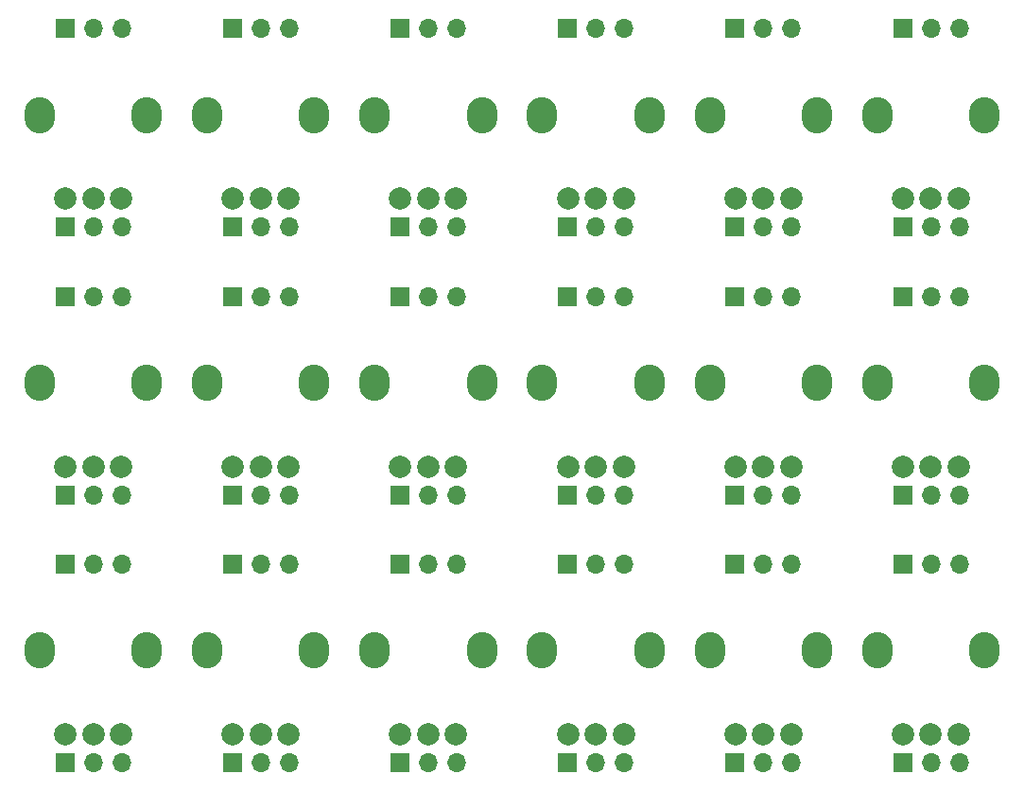
<source format=gbr>
%TF.GenerationSoftware,KiCad,Pcbnew,(6.0.0-0)*%
%TF.CreationDate,2022-11-22T11:37:46-05:00*%
%TF.ProjectId,Breakout-Potentiometer-Panel,42726561-6b6f-4757-942d-506f74656e74,rev?*%
%TF.SameCoordinates,Original*%
%TF.FileFunction,Copper,L2,Bot*%
%TF.FilePolarity,Positive*%
%FSLAX46Y46*%
G04 Gerber Fmt 4.6, Leading zero omitted, Abs format (unit mm)*
G04 Created by KiCad (PCBNEW (6.0.0-0)) date 2022-11-22 11:37:46*
%MOMM*%
%LPD*%
G01*
G04 APERTURE LIST*
%TA.AperFunction,ComponentPad*%
%ADD10O,2.720000X3.240000*%
%TD*%
%TA.AperFunction,ComponentPad*%
%ADD11C,2.000000*%
%TD*%
%TA.AperFunction,ComponentPad*%
%ADD12O,1.700000X1.700000*%
%TD*%
%TA.AperFunction,ComponentPad*%
%ADD13R,1.700000X1.700000*%
%TD*%
G04 APERTURE END LIST*
D10*
%TO.P,RV14,*%
%TO.N,*%
X109700000Y-113674000D03*
X119300000Y-113674000D03*
D11*
%TO.P,RV14,1,1*%
%TO.N,Net-(J2-Pad1)*%
X112000000Y-121174000D03*
%TO.P,RV14,2,2*%
%TO.N,Net-(J2-Pad2)*%
X114500000Y-121174000D03*
%TO.P,RV14,3,3*%
%TO.N,Net-(J2-Pad3)*%
X117000000Y-121174000D03*
%TD*%
D10*
%TO.P,RV3,*%
%TO.N,*%
X134300000Y-65674000D03*
X124700000Y-65674000D03*
D11*
%TO.P,RV3,1,1*%
%TO.N,Net-(J2-Pad1)*%
X127000000Y-73174000D03*
%TO.P,RV3,2,2*%
%TO.N,Net-(J2-Pad2)*%
X129500000Y-73174000D03*
%TO.P,RV3,3,3*%
%TO.N,Net-(J2-Pad3)*%
X132000000Y-73174000D03*
%TD*%
D10*
%TO.P,RV15,*%
%TO.N,*%
X134300000Y-113674000D03*
X124700000Y-113674000D03*
D11*
%TO.P,RV15,1,1*%
%TO.N,Net-(J2-Pad1)*%
X127000000Y-121174000D03*
%TO.P,RV15,2,2*%
%TO.N,Net-(J2-Pad2)*%
X129500000Y-121174000D03*
%TO.P,RV15,3,3*%
%TO.N,Net-(J2-Pad3)*%
X132000000Y-121174000D03*
%TD*%
D10*
%TO.P,RV1,*%
%TO.N,*%
X94700000Y-65674000D03*
X104300000Y-65674000D03*
D11*
%TO.P,RV1,1,1*%
%TO.N,Net-(J2-Pad1)*%
X97000000Y-73174000D03*
%TO.P,RV1,2,2*%
%TO.N,Net-(J2-Pad2)*%
X99500000Y-73174000D03*
%TO.P,RV1,3,3*%
%TO.N,Net-(J2-Pad3)*%
X102000000Y-73174000D03*
%TD*%
D10*
%TO.P,RV11,*%
%TO.N,*%
X154700000Y-89674000D03*
X164300000Y-89674000D03*
D11*
%TO.P,RV11,1,1*%
%TO.N,Net-(J2-Pad1)*%
X157000000Y-97174000D03*
%TO.P,RV11,2,2*%
%TO.N,Net-(J2-Pad2)*%
X159500000Y-97174000D03*
%TO.P,RV11,3,3*%
%TO.N,Net-(J2-Pad3)*%
X162000000Y-97174000D03*
%TD*%
D10*
%TO.P,RV17,*%
%TO.N,*%
X154700000Y-113674000D03*
X164300000Y-113674000D03*
D11*
%TO.P,RV17,1,1*%
%TO.N,Net-(J2-Pad1)*%
X157000000Y-121174000D03*
%TO.P,RV17,2,2*%
%TO.N,Net-(J2-Pad2)*%
X159500000Y-121174000D03*
%TO.P,RV17,3,3*%
%TO.N,Net-(J2-Pad3)*%
X162000000Y-121174000D03*
%TD*%
D10*
%TO.P,RV7,*%
%TO.N,*%
X94700000Y-89674000D03*
X104300000Y-89674000D03*
D11*
%TO.P,RV7,1,1*%
%TO.N,Net-(J2-Pad1)*%
X97000000Y-97174000D03*
%TO.P,RV7,2,2*%
%TO.N,Net-(J2-Pad2)*%
X99500000Y-97174000D03*
%TO.P,RV7,3,3*%
%TO.N,Net-(J2-Pad3)*%
X102000000Y-97174000D03*
%TD*%
D10*
%TO.P,RV12,*%
%TO.N,*%
X169700000Y-89674000D03*
X179300000Y-89674000D03*
D11*
%TO.P,RV12,1,1*%
%TO.N,Net-(J2-Pad1)*%
X172000000Y-97174000D03*
%TO.P,RV12,2,2*%
%TO.N,Net-(J2-Pad2)*%
X174500000Y-97174000D03*
%TO.P,RV12,3,3*%
%TO.N,Net-(J2-Pad3)*%
X177000000Y-97174000D03*
%TD*%
D10*
%TO.P,RV6,*%
%TO.N,*%
X169700000Y-65674000D03*
X179300000Y-65674000D03*
D11*
%TO.P,RV6,1,1*%
%TO.N,Net-(J2-Pad1)*%
X172000000Y-73174000D03*
%TO.P,RV6,2,2*%
%TO.N,Net-(J2-Pad2)*%
X174500000Y-73174000D03*
%TO.P,RV6,3,3*%
%TO.N,Net-(J2-Pad3)*%
X177000000Y-73174000D03*
%TD*%
D10*
%TO.P,RV9,*%
%TO.N,*%
X134300000Y-89674000D03*
X124700000Y-89674000D03*
D11*
%TO.P,RV9,1,1*%
%TO.N,Net-(J2-Pad1)*%
X127000000Y-97174000D03*
%TO.P,RV9,2,2*%
%TO.N,Net-(J2-Pad2)*%
X129500000Y-97174000D03*
%TO.P,RV9,3,3*%
%TO.N,Net-(J2-Pad3)*%
X132000000Y-97174000D03*
%TD*%
D10*
%TO.P,RV18,*%
%TO.N,*%
X179300000Y-113674000D03*
X169700000Y-113674000D03*
D11*
%TO.P,RV18,1,1*%
%TO.N,Net-(J2-Pad1)*%
X172000000Y-121174000D03*
%TO.P,RV18,2,2*%
%TO.N,Net-(J2-Pad2)*%
X174500000Y-121174000D03*
%TO.P,RV18,3,3*%
%TO.N,Net-(J2-Pad3)*%
X177000000Y-121174000D03*
%TD*%
D10*
%TO.P,RV2,*%
%TO.N,*%
X109700000Y-65674000D03*
X119300000Y-65674000D03*
D11*
%TO.P,RV2,1,1*%
%TO.N,Net-(J2-Pad1)*%
X112000000Y-73174000D03*
%TO.P,RV2,2,2*%
%TO.N,Net-(J2-Pad2)*%
X114500000Y-73174000D03*
%TO.P,RV2,3,3*%
%TO.N,Net-(J2-Pad3)*%
X117000000Y-73174000D03*
%TD*%
D10*
%TO.P,RV5,*%
%TO.N,*%
X164300000Y-65674000D03*
X154700000Y-65674000D03*
D11*
%TO.P,RV5,1,1*%
%TO.N,Net-(J2-Pad1)*%
X157000000Y-73174000D03*
%TO.P,RV5,2,2*%
%TO.N,Net-(J2-Pad2)*%
X159500000Y-73174000D03*
%TO.P,RV5,3,3*%
%TO.N,Net-(J2-Pad3)*%
X162000000Y-73174000D03*
%TD*%
D10*
%TO.P,RV10,*%
%TO.N,*%
X149300000Y-89674000D03*
X139700000Y-89674000D03*
D11*
%TO.P,RV10,1,1*%
%TO.N,Net-(J2-Pad1)*%
X142000000Y-97174000D03*
%TO.P,RV10,2,2*%
%TO.N,Net-(J2-Pad2)*%
X144500000Y-97174000D03*
%TO.P,RV10,3,3*%
%TO.N,Net-(J2-Pad3)*%
X147000000Y-97174000D03*
%TD*%
D10*
%TO.P,RV4,*%
%TO.N,*%
X139700000Y-65674000D03*
X149300000Y-65674000D03*
D11*
%TO.P,RV4,1,1*%
%TO.N,Net-(J2-Pad1)*%
X142000000Y-73174000D03*
%TO.P,RV4,2,2*%
%TO.N,Net-(J2-Pad2)*%
X144500000Y-73174000D03*
%TO.P,RV4,3,3*%
%TO.N,Net-(J2-Pad3)*%
X147000000Y-73174000D03*
%TD*%
D10*
%TO.P,RV13,*%
%TO.N,*%
X94700000Y-113674000D03*
X104300000Y-113674000D03*
D11*
%TO.P,RV13,1,1*%
%TO.N,Net-(J2-Pad1)*%
X97000000Y-121174000D03*
%TO.P,RV13,2,2*%
%TO.N,Net-(J2-Pad2)*%
X99500000Y-121174000D03*
%TO.P,RV13,3,3*%
%TO.N,Net-(J2-Pad3)*%
X102000000Y-121174000D03*
%TD*%
D10*
%TO.P,RV16,*%
%TO.N,*%
X139700000Y-113674000D03*
X149300000Y-113674000D03*
D11*
%TO.P,RV16,1,1*%
%TO.N,Net-(J2-Pad1)*%
X142000000Y-121174000D03*
%TO.P,RV16,2,2*%
%TO.N,Net-(J2-Pad2)*%
X144500000Y-121174000D03*
%TO.P,RV16,3,3*%
%TO.N,Net-(J2-Pad3)*%
X147000000Y-121174000D03*
%TD*%
D10*
%TO.P,RV8,*%
%TO.N,*%
X109700000Y-89674000D03*
X119300000Y-89674000D03*
D11*
%TO.P,RV8,1,1*%
%TO.N,Net-(J2-Pad1)*%
X112000000Y-97174000D03*
%TO.P,RV8,2,2*%
%TO.N,Net-(J2-Pad2)*%
X114500000Y-97174000D03*
%TO.P,RV8,3,3*%
%TO.N,Net-(J2-Pad3)*%
X117000000Y-97174000D03*
%TD*%
D12*
%TO.P,J7,*%
%TO.N,*%
X147055000Y-57934000D03*
X144515000Y-57934000D03*
D13*
X141975000Y-57934000D03*
%TD*%
%TO.P,J16,1,Pin_1*%
%TO.N,Net-(J2-Pad1)*%
X111975000Y-99714000D03*
D12*
%TO.P,J16,2,Pin_2*%
%TO.N,Net-(J2-Pad2)*%
X114515000Y-99714000D03*
%TO.P,J16,3,Pin_3*%
%TO.N,Net-(J2-Pad3)*%
X117055000Y-99714000D03*
%TD*%
%TO.P,J25,*%
%TO.N,*%
X102055000Y-105934000D03*
D13*
X96975000Y-105934000D03*
D12*
X99515000Y-105934000D03*
%TD*%
D13*
%TO.P,J8,1,Pin_1*%
%TO.N,Net-(J2-Pad1)*%
X141975000Y-75714000D03*
D12*
%TO.P,J8,2,Pin_2*%
%TO.N,Net-(J2-Pad2)*%
X144515000Y-75714000D03*
%TO.P,J8,3,Pin_3*%
%TO.N,Net-(J2-Pad3)*%
X147055000Y-75714000D03*
%TD*%
D13*
%TO.P,J35,*%
%TO.N,*%
X171975000Y-105934000D03*
D12*
X177055000Y-105934000D03*
X174515000Y-105934000D03*
%TD*%
D13*
%TO.P,J30,1,Pin_1*%
%TO.N,Net-(J2-Pad1)*%
X126975000Y-123714000D03*
D12*
%TO.P,J30,2,Pin_2*%
%TO.N,Net-(J2-Pad2)*%
X129515000Y-123714000D03*
%TO.P,J30,3,Pin_3*%
%TO.N,Net-(J2-Pad3)*%
X132055000Y-123714000D03*
%TD*%
D13*
%TO.P,J32,1,Pin_1*%
%TO.N,Net-(J2-Pad1)*%
X141975000Y-123714000D03*
D12*
%TO.P,J32,2,Pin_2*%
%TO.N,Net-(J2-Pad2)*%
X144515000Y-123714000D03*
%TO.P,J32,3,Pin_3*%
%TO.N,Net-(J2-Pad3)*%
X147055000Y-123714000D03*
%TD*%
D13*
%TO.P,J6,1,Pin_1*%
%TO.N,Net-(J2-Pad1)*%
X126975000Y-75714000D03*
D12*
%TO.P,J6,2,Pin_2*%
%TO.N,Net-(J2-Pad2)*%
X129515000Y-75714000D03*
%TO.P,J6,3,Pin_3*%
%TO.N,Net-(J2-Pad3)*%
X132055000Y-75714000D03*
%TD*%
D13*
%TO.P,J12,1,Pin_1*%
%TO.N,Net-(J2-Pad1)*%
X171975000Y-75714000D03*
D12*
%TO.P,J12,2,Pin_2*%
%TO.N,Net-(J2-Pad2)*%
X174515000Y-75714000D03*
%TO.P,J12,3,Pin_3*%
%TO.N,Net-(J2-Pad3)*%
X177055000Y-75714000D03*
%TD*%
D13*
%TO.P,J4,1,Pin_1*%
%TO.N,Net-(J2-Pad1)*%
X111975000Y-75714000D03*
D12*
%TO.P,J4,2,Pin_2*%
%TO.N,Net-(J2-Pad2)*%
X114515000Y-75714000D03*
%TO.P,J4,3,Pin_3*%
%TO.N,Net-(J2-Pad3)*%
X117055000Y-75714000D03*
%TD*%
%TO.P,J3,*%
%TO.N,*%
X117055000Y-57934000D03*
X114515000Y-57934000D03*
D13*
X111975000Y-57934000D03*
%TD*%
%TO.P,J28,1,Pin_1*%
%TO.N,Net-(J2-Pad1)*%
X111975000Y-123714000D03*
D12*
%TO.P,J28,2,Pin_2*%
%TO.N,Net-(J2-Pad2)*%
X114515000Y-123714000D03*
%TO.P,J28,3,Pin_3*%
%TO.N,Net-(J2-Pad3)*%
X117055000Y-123714000D03*
%TD*%
%TO.P,J11,*%
%TO.N,*%
X174515000Y-57934000D03*
D13*
X171975000Y-57934000D03*
D12*
X177055000Y-57934000D03*
%TD*%
D13*
%TO.P,J14,1,Pin_1*%
%TO.N,Net-(J2-Pad1)*%
X96975000Y-99714000D03*
D12*
%TO.P,J14,2,Pin_2*%
%TO.N,Net-(J2-Pad2)*%
X99515000Y-99714000D03*
%TO.P,J14,3,Pin_3*%
%TO.N,Net-(J2-Pad3)*%
X102055000Y-99714000D03*
%TD*%
D13*
%TO.P,J18,1,Pin_1*%
%TO.N,Net-(J2-Pad1)*%
X126975000Y-99714000D03*
D12*
%TO.P,J18,2,Pin_2*%
%TO.N,Net-(J2-Pad2)*%
X129515000Y-99714000D03*
%TO.P,J18,3,Pin_3*%
%TO.N,Net-(J2-Pad3)*%
X132055000Y-99714000D03*
%TD*%
D13*
%TO.P,J17,*%
%TO.N,*%
X126975000Y-81934000D03*
D12*
X132055000Y-81934000D03*
X129515000Y-81934000D03*
%TD*%
D13*
%TO.P,J22,1,Pin_1*%
%TO.N,Net-(J2-Pad1)*%
X156975000Y-99714000D03*
D12*
%TO.P,J22,2,Pin_2*%
%TO.N,Net-(J2-Pad2)*%
X159515000Y-99714000D03*
%TO.P,J22,3,Pin_3*%
%TO.N,Net-(J2-Pad3)*%
X162055000Y-99714000D03*
%TD*%
%TO.P,J23,*%
%TO.N,*%
X174515000Y-81934000D03*
D13*
X171975000Y-81934000D03*
D12*
X177055000Y-81934000D03*
%TD*%
D13*
%TO.P,J34,1,Pin_1*%
%TO.N,Net-(J2-Pad1)*%
X156975000Y-123714000D03*
D12*
%TO.P,J34,2,Pin_2*%
%TO.N,Net-(J2-Pad2)*%
X159515000Y-123714000D03*
%TO.P,J34,3,Pin_3*%
%TO.N,Net-(J2-Pad3)*%
X162055000Y-123714000D03*
%TD*%
D13*
%TO.P,J1,*%
%TO.N,*%
X96975000Y-57934000D03*
D12*
X102055000Y-57934000D03*
X99515000Y-57934000D03*
%TD*%
D13*
%TO.P,J36,1,Pin_1*%
%TO.N,Net-(J2-Pad1)*%
X171975000Y-123714000D03*
D12*
%TO.P,J36,2,Pin_2*%
%TO.N,Net-(J2-Pad2)*%
X174515000Y-123714000D03*
%TO.P,J36,3,Pin_3*%
%TO.N,Net-(J2-Pad3)*%
X177055000Y-123714000D03*
%TD*%
%TO.P,J15,*%
%TO.N,*%
X114515000Y-81934000D03*
D13*
X111975000Y-81934000D03*
D12*
X117055000Y-81934000D03*
%TD*%
D13*
%TO.P,J2,1,Pin_1*%
%TO.N,Net-(J2-Pad1)*%
X96975000Y-75714000D03*
D12*
%TO.P,J2,2,Pin_2*%
%TO.N,Net-(J2-Pad2)*%
X99515000Y-75714000D03*
%TO.P,J2,3,Pin_3*%
%TO.N,Net-(J2-Pad3)*%
X102055000Y-75714000D03*
%TD*%
%TO.P,J13,*%
%TO.N,*%
X102055000Y-81934000D03*
X99515000Y-81934000D03*
D13*
X96975000Y-81934000D03*
%TD*%
%TO.P,J24,1,Pin_1*%
%TO.N,Net-(J2-Pad1)*%
X171975000Y-99714000D03*
D12*
%TO.P,J24,2,Pin_2*%
%TO.N,Net-(J2-Pad2)*%
X174515000Y-99714000D03*
%TO.P,J24,3,Pin_3*%
%TO.N,Net-(J2-Pad3)*%
X177055000Y-99714000D03*
%TD*%
%TO.P,J29,*%
%TO.N,*%
X129515000Y-105934000D03*
D13*
X126975000Y-105934000D03*
D12*
X132055000Y-105934000D03*
%TD*%
%TO.P,J19,*%
%TO.N,*%
X147055000Y-81934000D03*
X144515000Y-81934000D03*
D13*
X141975000Y-81934000D03*
%TD*%
%TO.P,J20,1,Pin_1*%
%TO.N,Net-(J2-Pad1)*%
X141975000Y-99714000D03*
D12*
%TO.P,J20,2,Pin_2*%
%TO.N,Net-(J2-Pad2)*%
X144515000Y-99714000D03*
%TO.P,J20,3,Pin_3*%
%TO.N,Net-(J2-Pad3)*%
X147055000Y-99714000D03*
%TD*%
%TO.P,J27,*%
%TO.N,*%
X114515000Y-105934000D03*
D13*
X111975000Y-105934000D03*
D12*
X117055000Y-105934000D03*
%TD*%
D13*
%TO.P,J5,*%
%TO.N,*%
X126975000Y-57934000D03*
D12*
X129515000Y-57934000D03*
X132055000Y-57934000D03*
%TD*%
D13*
%TO.P,J10,1,Pin_1*%
%TO.N,Net-(J2-Pad1)*%
X156975000Y-75714000D03*
D12*
%TO.P,J10,2,Pin_2*%
%TO.N,Net-(J2-Pad2)*%
X159515000Y-75714000D03*
%TO.P,J10,3,Pin_3*%
%TO.N,Net-(J2-Pad3)*%
X162055000Y-75714000D03*
%TD*%
D13*
%TO.P,J33,*%
%TO.N,*%
X156975000Y-105934000D03*
D12*
X162055000Y-105934000D03*
X159515000Y-105934000D03*
%TD*%
%TO.P,J9,*%
%TO.N,*%
X159515000Y-57934000D03*
D13*
X156975000Y-57934000D03*
D12*
X162055000Y-57934000D03*
%TD*%
D13*
%TO.P,J26,1,Pin_1*%
%TO.N,Net-(J2-Pad1)*%
X96975000Y-123714000D03*
D12*
%TO.P,J26,2,Pin_2*%
%TO.N,Net-(J2-Pad2)*%
X99515000Y-123714000D03*
%TO.P,J26,3,Pin_3*%
%TO.N,Net-(J2-Pad3)*%
X102055000Y-123714000D03*
%TD*%
%TO.P,J31,*%
%TO.N,*%
X147055000Y-105934000D03*
D13*
X141975000Y-105934000D03*
D12*
X144515000Y-105934000D03*
%TD*%
%TO.P,J21,*%
%TO.N,*%
X159515000Y-81934000D03*
D13*
X156975000Y-81934000D03*
D12*
X162055000Y-81934000D03*
%TD*%
M02*

</source>
